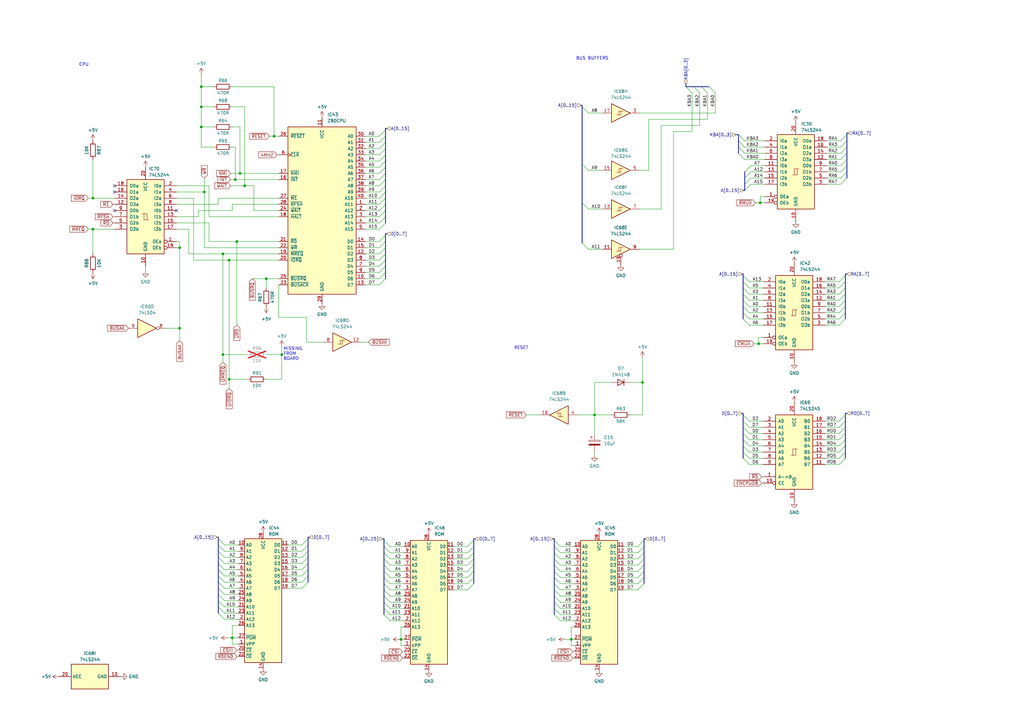
<source format=kicad_sch>
(kicad_sch (version 20230121) (generator eeschema)
  (paper "A3")
  (junction (at 83.82 78.74))
  (junction (at 82.55 35.56))
  (junction (at 38.1 81.28))
  (junction (at 243.84 170.18))
  (junction (at 112.395 55.88))
  (junction (at 98.425 71.12))
  (junction (at 82.55 52.07))
  (junction (at 100.33 76.2))
  (junction (at 93.98 155.575))
  (junction (at 73.66 101.6))
  (junction (at 93.98 106.68))
  (junction (at 91.44 104.14))
  (junction (at 109.22 114.3))
  (junction (at 38.1 93.98))
  (junction (at 95.25 261.62))
  (junction (at 311.785 83.185))
  (junction (at 73.66 134.62))
  (junction (at 97.155 99.06))
  (junction (at 311.15 140.97))
  (junction (at 82.55 43.815))
  (junction (at 263.525 156.845))
  (junction (at 91.44 145.415))
  (junction (at 164.465 262.255))
  (junction (at 115.57 145.415))
  (junction (at 96.52 73.66))
  (junction (at 234.315 262.255))
  (no_connect (at 46.99 78.74))
  (no_connect (at 46.99 76.2))
  (no_connect (at 72.39 86.36))
  (no_connect (at 46.99 86.36))
  (bus_entry (at 284.48 35.56) (size 2.54 2.54))
  (bus_entry (at 155.575 111.76) (size 2.54 -2.54))
  (bus_entry (at 344.805 60.325) (size 2.54 -2.54))
  (bus_entry (at 229.87 252.095) (size -2.54 -2.54))
  (bus_entry (at 191.77 229.235) (size 2.54 -2.54))
  (bus_entry (at 123.825 226.06) (size 2.54 -2.54))
  (bus_entry (at 160.02 247.015) (size -2.54 -2.54))
  (bus_entry (at 160.02 252.095) (size -2.54 -2.54))
  (bus_entry (at 155.575 86.36) (size 2.54 -2.54))
  (bus_entry (at 123.825 231.14) (size 2.54 -2.54))
  (bus_entry (at 160.02 231.775) (size -2.54 -2.54))
  (bus_entry (at 344.805 73.025) (size 2.54 -2.54))
  (bus_entry (at 191.77 224.155) (size 2.54 -2.54))
  (bus_entry (at 92.075 251.46) (size -2.54 -2.54))
  (bus_entry (at 155.575 81.28) (size 2.54 -2.54))
  (bus_entry (at 92.075 254) (size -2.54 -2.54))
  (bus_entry (at 123.825 236.22) (size 2.54 -2.54))
  (bus_entry (at 241.3 69.85) (size -2.54 -2.54))
  (bus_entry (at 155.575 106.68) (size 2.54 -2.54))
  (bus_entry (at 307.34 130.81) (size -2.54 -2.54))
  (bus_entry (at 344.17 118.11) (size 2.54 -2.54))
  (bus_entry (at 344.17 123.19) (size 2.54 -2.54))
  (bus_entry (at 92.075 228.6) (size -2.54 -2.54))
  (bus_entry (at 344.17 180.34) (size 2.54 -2.54))
  (bus_entry (at 160.02 244.475) (size -2.54 -2.54))
  (bus_entry (at 160.02 236.855) (size -2.54 -2.54))
  (bus_entry (at 307.34 190.5) (size -2.54 -2.54))
  (bus_entry (at 344.17 130.81) (size 2.54 -2.54))
  (bus_entry (at 261.62 239.395) (size 2.54 -2.54))
  (bus_entry (at 92.075 246.38) (size -2.54 -2.54))
  (bus_entry (at 241.3 102.235) (size -2.54 -2.54))
  (bus_entry (at 92.075 248.92) (size -2.54 -2.54))
  (bus_entry (at 191.77 234.315) (size 2.54 -2.54))
  (bus_entry (at 160.02 249.555) (size -2.54 -2.54))
  (bus_entry (at 344.17 182.88) (size 2.54 -2.54))
  (bus_entry (at 160.02 241.935) (size -2.54 -2.54))
  (bus_entry (at 155.575 60.96) (size 2.54 -2.54))
  (bus_entry (at 307.34 187.96) (size -2.54 -2.54))
  (bus_entry (at 229.87 226.695) (size -2.54 -2.54))
  (bus_entry (at 229.87 241.935) (size -2.54 -2.54))
  (bus_entry (at 155.575 68.58) (size 2.54 -2.54))
  (bus_entry (at 302.895 57.785) (size 2.54 2.54))
  (bus_entry (at 261.62 236.855) (size 2.54 -2.54))
  (bus_entry (at 160.02 224.155) (size -2.54 -2.54))
  (bus_entry (at 344.17 172.72) (size 2.54 -2.54))
  (bus_entry (at 229.87 224.155) (size -2.54 -2.54))
  (bus_entry (at 281.305 35.56) (size 2.54 2.54))
  (bus_entry (at 261.62 234.315) (size 2.54 -2.54))
  (bus_entry (at 155.575 73.66) (size 2.54 -2.54))
  (bus_entry (at 229.87 247.015) (size -2.54 -2.54))
  (bus_entry (at 261.62 241.935) (size 2.54 -2.54))
  (bus_entry (at 344.17 177.8) (size 2.54 -2.54))
  (bus_entry (at 307.34 175.26) (size -2.54 -2.54))
  (bus_entry (at 307.975 67.945) (size -2.54 2.54))
  (bus_entry (at 229.87 239.395) (size -2.54 -2.54))
  (bus_entry (at 155.575 88.9) (size 2.54 -2.54))
  (bus_entry (at 92.075 241.3) (size -2.54 -2.54))
  (bus_entry (at 92.075 238.76) (size -2.54 -2.54))
  (bus_entry (at 344.17 128.27) (size 2.54 -2.54))
  (bus_entry (at 307.34 172.72) (size -2.54 -2.54))
  (bus_entry (at 302.895 62.865) (size 2.54 2.54))
  (bus_entry (at 307.34 180.34) (size -2.54 -2.54))
  (bus_entry (at 241.3 85.725) (size -2.54 -2.54))
  (bus_entry (at 155.575 93.98) (size 2.54 -2.54))
  (bus_entry (at 344.17 187.96) (size 2.54 -2.54))
  (bus_entry (at 261.62 229.235) (size 2.54 -2.54))
  (bus_entry (at 307.34 118.11) (size -2.54 -2.54))
  (bus_entry (at 92.075 231.14) (size -2.54 -2.54))
  (bus_entry (at 344.17 190.5) (size 2.54 -2.54))
  (bus_entry (at 92.075 223.52) (size -2.54 -2.54))
  (bus_entry (at 229.87 254.635) (size -2.54 -2.54))
  (bus_entry (at 287.655 35.56) (size 2.54 2.54))
  (bus_entry (at 229.87 249.555) (size -2.54 -2.54))
  (bus_entry (at 160.02 226.695) (size -2.54 -2.54))
  (bus_entry (at 191.77 231.775) (size 2.54 -2.54))
  (bus_entry (at 229.87 229.235) (size -2.54 -2.54))
  (bus_entry (at 160.02 229.235) (size -2.54 -2.54))
  (bus_entry (at 302.895 60.325) (size 2.54 2.54))
  (bus_entry (at 344.17 185.42) (size 2.54 -2.54))
  (bus_entry (at 261.62 226.695) (size 2.54 -2.54))
  (bus_entry (at 307.34 185.42) (size -2.54 -2.54))
  (bus_entry (at 229.87 236.855) (size -2.54 -2.54))
  (bus_entry (at 155.575 99.06) (size 2.54 -2.54))
  (bus_entry (at 261.62 231.775) (size 2.54 -2.54))
  (bus_entry (at 191.77 226.695) (size 2.54 -2.54))
  (bus_entry (at 155.575 76.2) (size 2.54 -2.54))
  (bus_entry (at 290.83 35.56) (size 2.54 2.54))
  (bus_entry (at 160.02 239.395) (size -2.54 -2.54))
  (bus_entry (at 344.17 133.35) (size 2.54 -2.54))
  (bus_entry (at 160.02 234.315) (size -2.54 -2.54))
  (bus_entry (at 344.805 65.405) (size 2.54 -2.54))
  (bus_entry (at 229.87 234.315) (size -2.54 -2.54))
  (bus_entry (at 191.77 241.935) (size 2.54 -2.54))
  (bus_entry (at 92.075 236.22) (size -2.54 -2.54))
  (bus_entry (at 344.805 70.485) (size 2.54 -2.54))
  (bus_entry (at 155.575 63.5) (size 2.54 -2.54))
  (bus_entry (at 191.77 239.395) (size 2.54 -2.54))
  (bus_entry (at 307.34 115.57) (size -2.54 -2.54))
  (bus_entry (at 155.575 104.14) (size 2.54 -2.54))
  (bus_entry (at 261.62 224.155) (size 2.54 -2.54))
  (bus_entry (at 307.34 120.65) (size -2.54 -2.54))
  (bus_entry (at 344.17 125.73) (size 2.54 -2.54))
  (bus_entry (at 155.575 66.04) (size 2.54 -2.54))
  (bus_entry (at 229.87 244.475) (size -2.54 -2.54))
  (bus_entry (at 92.075 243.84) (size -2.54 -2.54))
  (bus_entry (at 344.805 57.785) (size 2.54 -2.54))
  (bus_entry (at 191.77 236.855) (size 2.54 -2.54))
  (bus_entry (at 344.17 115.57) (size 2.54 -2.54))
  (bus_entry (at 155.575 78.74) (size 2.54 -2.54))
  (bus_entry (at 307.975 75.565) (size -2.54 2.54))
  (bus_entry (at 155.575 114.3) (size 2.54 -2.54))
  (bus_entry (at 307.34 123.19) (size -2.54 -2.54))
  (bus_entry (at 123.825 241.3) (size 2.54 -2.54))
  (bus_entry (at 123.825 238.76) (size 2.54 -2.54))
  (bus_entry (at 155.575 71.12) (size 2.54 -2.54))
  (bus_entry (at 307.975 70.485) (size -2.54 2.54))
  (bus_entry (at 155.575 116.84) (size 2.54 -2.54))
  (bus_entry (at 155.575 55.88) (size 2.54 -2.54))
  (bus_entry (at 123.825 233.68) (size 2.54 -2.54))
  (bus_entry (at 344.805 75.565) (size 2.54 -2.54))
  (bus_entry (at 155.575 83.82) (size 2.54 -2.54))
  (bus_entry (at 307.34 133.35) (size -2.54 -2.54))
  (bus_entry (at 160.02 254.635) (size -2.54 -2.54))
  (bus_entry (at 307.34 125.73) (size -2.54 -2.54))
  (bus_entry (at 307.34 182.88) (size -2.54 -2.54))
  (bus_entry (at 344.805 62.865) (size 2.54 -2.54))
  (bus_entry (at 155.575 91.44) (size 2.54 -2.54))
  (bus_entry (at 307.34 128.27) (size -2.54 -2.54))
  (bus_entry (at 344.805 67.945) (size 2.54 -2.54))
  (bus_entry (at 344.17 175.26) (size 2.54 -2.54))
  (bus_entry (at 92.075 226.06) (size -2.54 -2.54))
  (bus_entry (at 155.575 58.42) (size 2.54 -2.54))
  (bus_entry (at 344.17 120.65) (size 2.54 -2.54))
  (bus_entry (at 123.825 228.6) (size 2.54 -2.54))
  (bus_entry (at 123.825 223.52) (size 2.54 -2.54))
  (bus_entry (at 241.3 46.355) (size -2.54 -2.54))
  (bus_entry (at 92.075 233.68) (size -2.54 -2.54))
  (bus_entry (at 307.34 177.8) (size -2.54 -2.54))
  (bus_entry (at 155.575 109.22) (size 2.54 -2.54))
  (bus_entry (at 229.87 231.775) (size -2.54 -2.54))
  (bus_entry (at 155.575 101.6) (size 2.54 -2.54))
  (bus_entry (at 302.895 55.245) (size 2.54 2.54))
  (bus_entry (at 307.975 73.025) (size -2.54 2.54))
  (wire (pts (xy 339.09 67.945) (xy 344.805 67.945)))
  (wire (pts (xy 165.1 269.875) (xy 165.735 269.875)))
  (bus (pts (xy 157.48 244.475) (xy 157.48 247.015)))
  (wire (pts (xy 149.86 60.96) (xy 155.575 60.96)))
  (bus (pts (xy 158.115 83.82) (xy 158.115 86.36)))
  (bus (pts (xy 89.535 248.92) (xy 89.535 251.46)))
  (bus (pts (xy 346.71 115.57) (xy 346.71 118.11)))
  (wire (pts (xy 85.725 99.06) (xy 85.725 91.44)))
  (bus (pts (xy 281.305 35.56) (xy 284.48 35.56)))
  (wire (pts (xy 313.055 175.26) (xy 307.34 175.26)))
  (wire (pts (xy 125.73 140.335) (xy 132.715 140.335)))
  (wire (pts (xy 165.735 224.155) (xy 160.02 224.155)))
  (wire (pts (xy 235.585 224.155) (xy 229.87 224.155)))
  (wire (pts (xy 149.86 109.22) (xy 155.575 109.22)))
  (wire (pts (xy 164.465 264.795) (xy 164.465 262.255)))
  (bus (pts (xy 264.16 220.98) (xy 264.16 221.615)))
  (bus (pts (xy 158.115 55.88) (xy 158.115 58.42)))
  (wire (pts (xy 338.455 130.81) (xy 344.17 130.81)))
  (wire (pts (xy 104.14 76.2) (xy 104.14 86.36)))
  (wire (pts (xy 115.57 155.575) (xy 115.57 145.415)))
  (bus (pts (xy 158.115 104.14) (xy 158.115 106.68)))
  (wire (pts (xy 118.11 231.14) (xy 123.825 231.14)))
  (bus (pts (xy 238.76 83.185) (xy 238.76 99.695)))
  (wire (pts (xy 165.735 247.015) (xy 160.02 247.015)))
  (wire (pts (xy 313.055 115.57) (xy 307.34 115.57)))
  (wire (pts (xy 95.25 52.07) (xy 98.425 52.07)))
  (wire (pts (xy 115.57 145.415) (xy 115.57 142.24)))
  (bus (pts (xy 304.8 115.57) (xy 304.8 118.11)))
  (wire (pts (xy 338.455 182.88) (xy 344.17 182.88)))
  (wire (pts (xy 311.15 140.97) (xy 313.055 140.97)))
  (wire (pts (xy 91.44 104.14) (xy 91.44 145.415)))
  (bus (pts (xy 346.71 169.545) (xy 346.71 170.18)))
  (wire (pts (xy 283.845 38.1) (xy 283.845 53.975)))
  (wire (pts (xy 112.395 35.56) (xy 112.395 55.88)))
  (wire (pts (xy 118.11 223.52) (xy 123.825 223.52)))
  (wire (pts (xy 97.79 233.68) (xy 92.075 233.68)))
  (wire (pts (xy 338.455 128.27) (xy 344.17 128.27)))
  (wire (pts (xy 215.9 170.18) (xy 221.615 170.18)))
  (bus (pts (xy 284.48 35.56) (xy 287.655 35.56)))
  (wire (pts (xy 255.905 239.395) (xy 261.62 239.395)))
  (wire (pts (xy 125.73 130.175) (xy 125.73 140.335)))
  (bus (pts (xy 157.48 234.315) (xy 157.48 236.855)))
  (wire (pts (xy 312.42 195.58) (xy 313.055 195.58)))
  (wire (pts (xy 149.86 58.42) (xy 155.575 58.42)))
  (bus (pts (xy 194.31 234.315) (xy 194.31 236.855)))
  (bus (pts (xy 346.71 175.26) (xy 346.71 177.8)))
  (bus (pts (xy 158.115 76.2) (xy 158.115 78.74)))
  (wire (pts (xy 186.055 241.935) (xy 191.77 241.935)))
  (bus (pts (xy 158.115 58.42) (xy 158.115 60.96)))
  (wire (pts (xy 118.11 236.22) (xy 123.825 236.22)))
  (bus (pts (xy 194.31 231.775) (xy 194.31 234.315)))
  (wire (pts (xy 114.3 86.36) (xy 104.14 86.36)))
  (wire (pts (xy 59.69 109.22) (xy 59.69 111.125)))
  (wire (pts (xy 313.69 80.645) (xy 311.785 80.645)))
  (bus (pts (xy 347.98 54.61) (xy 347.345 54.61)))
  (bus (pts (xy 304.8 185.42) (xy 304.8 187.96)))
  (wire (pts (xy 109.22 114.3) (xy 109.22 118.11)))
  (bus (pts (xy 238.125 43.18) (xy 238.76 43.18)))
  (wire (pts (xy 271.145 51.435) (xy 287.02 51.435)))
  (wire (pts (xy 234.95 269.875) (xy 235.585 269.875)))
  (wire (pts (xy 313.055 185.42) (xy 307.34 185.42)))
  (wire (pts (xy 87.63 60.325) (xy 82.55 60.325)))
  (wire (pts (xy 97.155 269.24) (xy 97.79 269.24)))
  (wire (pts (xy 247.015 46.355) (xy 241.3 46.355)))
  (wire (pts (xy 98.425 71.12) (xy 114.3 71.12)))
  (bus (pts (xy 346.71 172.72) (xy 346.71 175.26)))
  (wire (pts (xy 339.09 70.485) (xy 344.805 70.485)))
  (wire (pts (xy 114.3 88.9) (xy 85.725 88.9)))
  (wire (pts (xy 73.66 101.6) (xy 73.66 134.62)))
  (wire (pts (xy 234.315 264.795) (xy 234.315 262.255)))
  (wire (pts (xy 149.86 83.82) (xy 155.575 83.82)))
  (wire (pts (xy 85.725 99.06) (xy 97.155 99.06)))
  (bus (pts (xy 346.71 180.34) (xy 346.71 182.88)))
  (wire (pts (xy 149.86 63.5) (xy 155.575 63.5)))
  (bus (pts (xy 304.8 125.73) (xy 304.8 128.27)))
  (wire (pts (xy 339.09 75.565) (xy 344.805 75.565)))
  (wire (pts (xy 79.375 106.68) (xy 79.375 81.28)))
  (bus (pts (xy 157.48 231.775) (xy 157.48 234.315)))
  (wire (pts (xy 255.905 241.935) (xy 261.62 241.935)))
  (wire (pts (xy 293.37 38.1) (xy 293.37 46.355)))
  (bus (pts (xy 227.33 221.615) (xy 227.33 224.155)))
  (bus (pts (xy 304.8 175.26) (xy 304.8 177.8)))
  (bus (pts (xy 157.48 220.98) (xy 157.48 221.615)))
  (wire (pts (xy 91.44 104.14) (xy 114.3 104.14)))
  (wire (pts (xy 338.455 115.57) (xy 344.17 115.57)))
  (wire (pts (xy 234.315 262.255) (xy 235.585 262.255)))
  (bus (pts (xy 226.695 220.98) (xy 227.33 220.98)))
  (wire (pts (xy 255.905 229.235) (xy 261.62 229.235)))
  (bus (pts (xy 346.71 120.65) (xy 346.71 123.19)))
  (bus (pts (xy 304.165 169.545) (xy 304.8 169.545)))
  (bus (pts (xy 304.8 113.03) (xy 304.8 115.57)))
  (wire (pts (xy 97.79 236.22) (xy 92.075 236.22)))
  (bus (pts (xy 346.71 170.18) (xy 346.71 172.72)))
  (bus (pts (xy 304.8 182.88) (xy 304.8 185.42)))
  (wire (pts (xy 235.585 257.175) (xy 234.315 257.175)))
  (wire (pts (xy 114.3 116.84) (xy 114.3 130.175)))
  (wire (pts (xy 235.585 247.015) (xy 229.87 247.015)))
  (wire (pts (xy 149.86 81.28) (xy 155.575 81.28)))
  (bus (pts (xy 304.8 120.65) (xy 304.8 123.19)))
  (bus (pts (xy 158.115 68.58) (xy 158.115 71.12)))
  (wire (pts (xy 338.455 118.11) (xy 344.17 118.11)))
  (wire (pts (xy 93.98 106.68) (xy 79.375 106.68)))
  (bus (pts (xy 304.8 169.545) (xy 304.8 170.18)))
  (wire (pts (xy 311.15 138.43) (xy 311.15 140.97)))
  (wire (pts (xy 313.69 75.565) (xy 307.975 75.565)))
  (wire (pts (xy 255.905 224.155) (xy 261.62 224.155)))
  (wire (pts (xy 338.455 185.42) (xy 344.17 185.42)))
  (wire (pts (xy 339.09 73.025) (xy 344.805 73.025)))
  (bus (pts (xy 158.115 66.04) (xy 158.115 68.58)))
  (wire (pts (xy 97.79 231.14) (xy 92.075 231.14)))
  (bus (pts (xy 126.365 228.6) (xy 126.365 231.14)))
  (wire (pts (xy 101.6 155.575) (xy 93.98 155.575)))
  (wire (pts (xy 290.195 38.1) (xy 290.195 48.895)))
  (bus (pts (xy 126.365 236.22) (xy 126.365 238.76)))
  (bus (pts (xy 227.33 229.235) (xy 227.33 231.775)))
  (wire (pts (xy 149.86 86.36) (xy 155.575 86.36)))
  (bus (pts (xy 89.535 246.38) (xy 89.535 248.92)))
  (wire (pts (xy 94.615 71.12) (xy 98.425 71.12)))
  (wire (pts (xy 186.055 236.855) (xy 191.77 236.855)))
  (wire (pts (xy 149.86 99.06) (xy 155.575 99.06)))
  (bus (pts (xy 157.48 247.015) (xy 157.48 249.555)))
  (wire (pts (xy 85.725 88.9) (xy 85.725 76.2)))
  (wire (pts (xy 338.455 120.65) (xy 344.17 120.65)))
  (bus (pts (xy 126.365 223.52) (xy 126.365 226.06)))
  (wire (pts (xy 186.055 224.155) (xy 191.77 224.155)))
  (wire (pts (xy 73.66 99.06) (xy 73.66 101.6)))
  (bus (pts (xy 302.895 55.245) (xy 302.895 57.785)))
  (bus (pts (xy 304.8 112.395) (xy 304.8 113.03)))
  (bus (pts (xy 305.435 78.105) (xy 305.435 75.565)))
  (bus (pts (xy 304.8 123.19) (xy 304.8 125.73)))
  (wire (pts (xy 97.155 99.06) (xy 97.155 133.35)))
  (bus (pts (xy 158.115 71.12) (xy 158.115 73.66)))
  (bus (pts (xy 346.71 177.8) (xy 346.71 180.34)))
  (wire (pts (xy 339.09 62.865) (xy 344.805 62.865)))
  (bus (pts (xy 194.31 220.98) (xy 194.31 221.615)))
  (wire (pts (xy 149.86 78.74) (xy 155.575 78.74)))
  (bus (pts (xy 346.71 185.42) (xy 346.71 187.96)))
  (wire (pts (xy 97.79 223.52) (xy 92.075 223.52)))
  (wire (pts (xy 313.055 180.34) (xy 307.34 180.34)))
  (wire (pts (xy 91.44 145.415) (xy 91.44 148.59)))
  (wire (pts (xy 97.79 246.38) (xy 92.075 246.38)))
  (wire (pts (xy 149.86 101.6) (xy 155.575 101.6)))
  (bus (pts (xy 126.365 231.14) (xy 126.365 233.68)))
  (bus (pts (xy 304.8 128.27) (xy 304.8 130.81)))
  (bus (pts (xy 302.895 55.245) (xy 301.625 55.245)))
  (wire (pts (xy 109.22 155.575) (xy 115.57 155.575)))
  (bus (pts (xy 346.71 128.27) (xy 346.71 130.81)))
  (bus (pts (xy 347.345 112.395) (xy 346.71 112.395)))
  (wire (pts (xy 95.25 60.325) (xy 96.52 60.325)))
  (wire (pts (xy 305.435 60.325) (xy 313.69 60.325)))
  (wire (pts (xy 243.84 170.18) (xy 243.84 177.8)))
  (wire (pts (xy 46.355 88.9) (xy 46.99 88.9)))
  (wire (pts (xy 82.55 35.56) (xy 87.63 35.56)))
  (bus (pts (xy 227.33 241.935) (xy 227.33 244.475)))
  (wire (pts (xy 235.585 231.775) (xy 229.87 231.775)))
  (wire (pts (xy 93.98 155.575) (xy 93.98 159.385)))
  (wire (pts (xy 95.25 264.16) (xy 95.25 261.62)))
  (wire (pts (xy 97.79 226.06) (xy 92.075 226.06)))
  (wire (pts (xy 165.735 231.775) (xy 160.02 231.775)))
  (bus (pts (xy 305.435 75.565) (xy 305.435 73.025)))
  (wire (pts (xy 97.79 238.76) (xy 92.075 238.76)))
  (wire (pts (xy 165.735 257.175) (xy 164.465 257.175)))
  (wire (pts (xy 250.825 156.845) (xy 243.84 156.845)))
  (bus (pts (xy 347.345 62.865) (xy 347.345 65.405)))
  (wire (pts (xy 163.83 262.255) (xy 164.465 262.255)))
  (wire (pts (xy 309.245 140.97) (xy 311.15 140.97)))
  (wire (pts (xy 118.11 241.3) (xy 123.825 241.3)))
  (wire (pts (xy 165.1 267.335) (xy 165.735 267.335)))
  (wire (pts (xy 94.615 73.66) (xy 96.52 73.66)))
  (wire (pts (xy 235.585 249.555) (xy 229.87 249.555)))
  (bus (pts (xy 126.365 233.68) (xy 126.365 236.22)))
  (bus (pts (xy 194.31 226.695) (xy 194.31 229.235)))
  (bus (pts (xy 304.8 170.18) (xy 304.8 172.72)))
  (wire (pts (xy 149.86 93.98) (xy 155.575 93.98)))
  (wire (pts (xy 36.195 93.98) (xy 38.1 93.98)))
  (wire (pts (xy 95.25 43.815) (xy 100.33 43.815)))
  (wire (pts (xy 255.905 236.855) (xy 261.62 236.855)))
  (wire (pts (xy 338.455 172.72) (xy 344.17 172.72)))
  (wire (pts (xy 149.86 88.9) (xy 155.575 88.9)))
  (bus (pts (xy 158.115 101.6) (xy 158.115 104.14)))
  (bus (pts (xy 158.115 53.34) (xy 158.115 55.88)))
  (bus (pts (xy 89.535 220.345) (xy 89.535 220.98)))
  (bus (pts (xy 194.31 224.155) (xy 194.31 226.695)))
  (wire (pts (xy 95.25 83.82) (xy 114.3 83.82)))
  (bus (pts (xy 264.16 226.695) (xy 264.16 229.235)))
  (bus (pts (xy 304.8 118.11) (xy 304.8 120.65)))
  (wire (pts (xy 82.55 60.325) (xy 82.55 52.07)))
  (wire (pts (xy 313.69 67.945) (xy 307.975 67.945)))
  (wire (pts (xy 164.465 262.255) (xy 165.735 262.255)))
  (wire (pts (xy 311.785 83.185) (xy 313.69 83.185)))
  (bus (pts (xy 157.48 229.235) (xy 157.48 231.775)))
  (wire (pts (xy 67.945 134.62) (xy 73.66 134.62)))
  (bus (pts (xy 89.535 231.14) (xy 89.535 233.68)))
  (wire (pts (xy 149.86 76.2) (xy 155.575 76.2)))
  (wire (pts (xy 235.585 241.935) (xy 229.87 241.935)))
  (wire (pts (xy 97.79 241.3) (xy 92.075 241.3)))
  (wire (pts (xy 235.585 229.235) (xy 229.87 229.235)))
  (wire (pts (xy 339.09 60.325) (xy 344.805 60.325)))
  (wire (pts (xy 165.735 226.695) (xy 160.02 226.695)))
  (bus (pts (xy 158.115 78.74) (xy 158.115 81.28)))
  (bus (pts (xy 264.16 224.155) (xy 264.16 226.695)))
  (bus (pts (xy 264.16 221.615) (xy 264.16 224.155)))
  (wire (pts (xy 231.775 262.255) (xy 234.315 262.255)))
  (wire (pts (xy 305.435 62.865) (xy 313.69 62.865)))
  (wire (pts (xy 271.145 85.725) (xy 271.145 51.435)))
  (wire (pts (xy 73.66 134.62) (xy 73.66 139.7)))
  (bus (pts (xy 346.71 112.395) (xy 346.71 113.03)))
  (wire (pts (xy 95.25 86.36) (xy 81.28 86.36)))
  (wire (pts (xy 149.86 55.88) (xy 155.575 55.88)))
  (bus (pts (xy 156.845 220.98) (xy 157.48 220.98)))
  (wire (pts (xy 36.195 81.28) (xy 38.1 81.28)))
  (wire (pts (xy 109.22 114.3) (xy 114.3 114.3)))
  (wire (pts (xy 241.3 85.725) (xy 247.015 85.725)))
  (bus (pts (xy 227.33 244.475) (xy 227.33 247.015)))
  (wire (pts (xy 165.735 234.315) (xy 160.02 234.315)))
  (wire (pts (xy 338.455 177.8) (xy 344.17 177.8)))
  (wire (pts (xy 77.47 104.14) (xy 77.47 93.98)))
  (wire (pts (xy 313.055 133.35) (xy 307.34 133.35)))
  (bus (pts (xy 264.16 229.235) (xy 264.16 231.775)))
  (wire (pts (xy 313.055 190.5) (xy 307.34 190.5)))
  (bus (pts (xy 89.535 220.98) (xy 89.535 223.52)))
  (wire (pts (xy 338.455 190.5) (xy 344.17 190.5)))
  (wire (pts (xy 164.465 257.175) (xy 164.465 262.255)))
  (bus (pts (xy 158.115 109.22) (xy 158.115 111.76)))
  (wire (pts (xy 114.3 81.28) (xy 89.535 81.28)))
  (wire (pts (xy 313.055 123.19) (xy 307.34 123.19)))
  (bus (pts (xy 194.31 229.235) (xy 194.31 231.775)))
  (bus (pts (xy 158.75 95.885) (xy 158.115 95.885)))
  (bus (pts (xy 158.115 111.76) (xy 158.115 114.3)))
  (wire (pts (xy 97.79 228.6) (xy 92.075 228.6)))
  (wire (pts (xy 97.79 243.84) (xy 92.075 243.84)))
  (wire (pts (xy 235.585 234.315) (xy 229.87 234.315)))
  (wire (pts (xy 235.585 236.855) (xy 229.87 236.855)))
  (bus (pts (xy 304.165 112.395) (xy 304.8 112.395)))
  (wire (pts (xy 313.055 177.8) (xy 307.34 177.8)))
  (wire (pts (xy 97.155 266.7) (xy 97.79 266.7)))
  (wire (pts (xy 165.735 254.635) (xy 160.02 254.635)))
  (wire (pts (xy 101.6 145.415) (xy 91.44 145.415)))
  (bus (pts (xy 305.435 73.025) (xy 305.435 70.485)))
  (wire (pts (xy 262.255 102.235) (xy 276.225 102.235)))
  (wire (pts (xy 149.86 114.3) (xy 155.575 114.3)))
  (wire (pts (xy 149.86 91.44) (xy 155.575 91.44)))
  (wire (pts (xy 276.225 53.975) (xy 283.845 53.975)))
  (bus (pts (xy 238.76 43.18) (xy 238.76 43.815)))
  (wire (pts (xy 313.055 182.88) (xy 307.34 182.88)))
  (bus (pts (xy 158.115 96.52) (xy 158.115 99.06)))
  (bus (pts (xy 347.345 169.545) (xy 346.71 169.545)))
  (wire (pts (xy 38.1 81.28) (xy 46.99 81.28)))
  (bus (pts (xy 346.71 125.73) (xy 346.71 128.27)))
  (wire (pts (xy 263.525 146.685) (xy 263.525 156.845)))
  (wire (pts (xy 118.11 238.76) (xy 123.825 238.76)))
  (wire (pts (xy 79.375 81.28) (xy 72.39 81.28)))
  (wire (pts (xy 247.015 69.85) (xy 241.3 69.85)))
  (wire (pts (xy 313.055 128.27) (xy 307.34 128.27)))
  (wire (pts (xy 247.015 102.235) (xy 241.3 102.235)))
  (wire (pts (xy 149.86 73.66) (xy 155.575 73.66)))
  (wire (pts (xy 235.585 244.475) (xy 229.87 244.475)))
  (bus (pts (xy 304.8 172.72) (xy 304.8 175.26)))
  (wire (pts (xy 38.1 93.98) (xy 38.1 104.14)))
  (wire (pts (xy 147.955 140.335) (xy 151.13 140.335)))
  (bus (pts (xy 302.895 57.785) (xy 302.895 60.325)))
  (wire (pts (xy 235.585 252.095) (xy 229.87 252.095)))
  (wire (pts (xy 118.11 228.6) (xy 123.825 228.6)))
  (wire (pts (xy 263.525 156.845) (xy 263.525 170.18)))
  (bus (pts (xy 264.16 231.775) (xy 264.16 234.315)))
  (wire (pts (xy 338.455 123.19) (xy 344.17 123.19)))
  (wire (pts (xy 96.52 60.325) (xy 96.52 73.66)))
  (bus (pts (xy 287.655 35.56) (xy 290.83 35.56)))
  (bus (pts (xy 126.365 226.06) (xy 126.365 228.6)))
  (bus (pts (xy 89.535 228.6) (xy 89.535 231.14)))
  (wire (pts (xy 243.84 186.69) (xy 243.84 185.42)))
  (bus (pts (xy 158.115 99.06) (xy 158.115 101.6)))
  (wire (pts (xy 255.905 226.695) (xy 261.62 226.695)))
  (wire (pts (xy 338.455 125.73) (xy 344.17 125.73)))
  (bus (pts (xy 158.115 81.28) (xy 158.115 83.82)))
  (bus (pts (xy 194.945 220.98) (xy 194.31 220.98)))
  (wire (pts (xy 165.735 264.795) (xy 164.465 264.795)))
  (wire (pts (xy 313.69 70.485) (xy 307.975 70.485)))
  (wire (pts (xy 186.055 239.395) (xy 191.77 239.395)))
  (bus (pts (xy 158.115 106.68) (xy 158.115 109.22)))
  (wire (pts (xy 89.535 83.82) (xy 72.39 83.82)))
  (bus (pts (xy 89.535 243.84) (xy 89.535 246.38)))
  (wire (pts (xy 165.735 244.475) (xy 160.02 244.475)))
  (wire (pts (xy 266.065 69.85) (xy 266.065 48.895)))
  (bus (pts (xy 238.76 67.31) (xy 238.76 83.185)))
  (bus (pts (xy 89.535 241.3) (xy 89.535 243.84)))
  (wire (pts (xy 103.505 114.3) (xy 109.22 114.3)))
  (wire (pts (xy 255.905 234.315) (xy 261.62 234.315)))
  (wire (pts (xy 313.055 130.81) (xy 307.34 130.81)))
  (wire (pts (xy 83.82 78.74) (xy 72.39 78.74)))
  (wire (pts (xy 312.42 198.12) (xy 313.055 198.12)))
  (wire (pts (xy 234.315 257.175) (xy 234.315 262.255)))
  (bus (pts (xy 157.48 241.935) (xy 157.48 244.475)))
  (wire (pts (xy 165.735 241.935) (xy 160.02 241.935)))
  (wire (pts (xy 165.735 252.095) (xy 160.02 252.095)))
  (wire (pts (xy 149.86 111.76) (xy 155.575 111.76)))
  (bus (pts (xy 347.345 60.325) (xy 347.345 62.865)))
  (wire (pts (xy 85.725 76.2) (xy 72.39 76.2)))
  (bus (pts (xy 89.535 233.68) (xy 89.535 236.22)))
  (wire (pts (xy 82.55 52.07) (xy 82.55 43.815)))
  (wire (pts (xy 313.055 125.73) (xy 307.34 125.73)))
  (wire (pts (xy 149.86 116.84) (xy 155.575 116.84)))
  (wire (pts (xy 95.25 35.56) (xy 112.395 35.56)))
  (wire (pts (xy 255.905 231.775) (xy 261.62 231.775)))
  (wire (pts (xy 235.585 254.635) (xy 229.87 254.635)))
  (wire (pts (xy 339.09 65.405) (xy 344.805 65.405)))
  (wire (pts (xy 93.98 106.68) (xy 114.3 106.68)))
  (wire (pts (xy 165.735 239.395) (xy 160.02 239.395)))
  (wire (pts (xy 114.3 99.06) (xy 97.155 99.06)))
  (wire (pts (xy 97.79 251.46) (xy 92.075 251.46)))
  (bus (pts (xy 157.48 224.155) (xy 157.48 226.695)))
  (bus (pts (xy 227.33 236.855) (xy 227.33 239.395)))
  (bus (pts (xy 158.115 63.5) (xy 158.115 66.04)))
  (wire (pts (xy 305.435 57.785) (xy 313.69 57.785)))
  (bus (pts (xy 302.895 60.325) (xy 302.895 62.865)))
  (wire (pts (xy 262.255 69.85) (xy 266.065 69.85)))
  (wire (pts (xy 305.435 65.405) (xy 313.69 65.405)))
  (wire (pts (xy 243.84 156.845) (xy 243.84 170.18)))
  (wire (pts (xy 82.55 35.56) (xy 82.55 30.48)))
  (bus (pts (xy 227.33 220.98) (xy 227.33 221.615)))
  (bus (pts (xy 227.33 224.155) (xy 227.33 226.695)))
  (wire (pts (xy 149.86 106.68) (xy 155.575 106.68)))
  (wire (pts (xy 313.69 73.025) (xy 307.975 73.025)))
  (wire (pts (xy 89.535 81.28) (xy 89.535 83.82)))
  (bus (pts (xy 158.115 60.96) (xy 158.115 63.5)))
  (wire (pts (xy 235.585 239.395) (xy 229.87 239.395)))
  (wire (pts (xy 118.11 226.06) (xy 123.825 226.06)))
  (bus (pts (xy 126.365 220.98) (xy 126.365 223.52)))
  (bus (pts (xy 126.365 220.345) (xy 126.365 220.98)))
  (bus (pts (xy 347.345 67.945) (xy 347.345 70.485)))
  (wire (pts (xy 72.39 99.06) (xy 73.66 99.06)))
  (wire (pts (xy 95.25 261.62) (xy 97.79 261.62)))
  (wire (pts (xy 149.86 66.04) (xy 155.575 66.04)))
  (bus (pts (xy 89.535 236.22) (xy 89.535 238.76)))
  (wire (pts (xy 77.47 104.14) (xy 91.44 104.14)))
  (wire (pts (xy 234.95 267.335) (xy 235.585 267.335)))
  (wire (pts (xy 338.455 175.26) (xy 344.17 175.26)))
  (bus (pts (xy 347.345 55.245) (xy 347.345 57.785)))
  (wire (pts (xy 93.98 106.68) (xy 93.98 155.575)))
  (wire (pts (xy 100.33 76.2) (xy 104.14 76.2)))
  (wire (pts (xy 165.735 229.235) (xy 160.02 229.235)))
  (wire (pts (xy 95.25 261.62) (xy 95.25 256.54)))
  (wire (pts (xy 313.055 118.11) (xy 307.34 118.11)))
  (wire (pts (xy 38.1 93.98) (xy 46.99 93.98)))
  (wire (pts (xy 313.055 172.72) (xy 307.34 172.72)))
  (wire (pts (xy 96.52 73.66) (xy 114.3 73.66)))
  (bus (pts (xy 158.115 52.705) (xy 158.115 53.34)))
  (wire (pts (xy 276.225 102.235) (xy 276.225 53.975)))
  (wire (pts (xy 186.055 234.315) (xy 191.77 234.315)))
  (wire (pts (xy 263.525 170.18) (xy 258.445 170.18)))
  (bus (pts (xy 157.48 226.695) (xy 157.48 229.235)))
  (wire (pts (xy 83.82 101.6) (xy 114.3 101.6)))
  (bus (pts (xy 347.345 70.485) (xy 347.345 73.025)))
  (wire (pts (xy 338.455 133.35) (xy 344.17 133.35)))
  (wire (pts (xy 83.82 73.025) (xy 83.82 78.74)))
  (wire (pts (xy 149.86 71.12) (xy 155.575 71.12)))
  (bus (pts (xy 264.795 220.98) (xy 264.16 220.98)))
  (wire (pts (xy 110.49 55.88) (xy 112.395 55.88)))
  (bus (pts (xy 347.345 57.785) (xy 347.345 60.325)))
  (bus (pts (xy 127 220.345) (xy 126.365 220.345)))
  (wire (pts (xy 186.055 226.695) (xy 191.77 226.695)))
  (wire (pts (xy 313.055 187.96) (xy 307.34 187.96)))
  (wire (pts (xy 186.055 229.235) (xy 191.77 229.235)))
  (wire (pts (xy 100.33 43.815) (xy 100.33 76.2)))
  (wire (pts (xy 95.25 256.54) (xy 97.79 256.54)))
  (wire (pts (xy 82.55 43.815) (xy 87.63 43.815)))
  (bus (pts (xy 304.8 180.34) (xy 304.8 182.88)))
  (wire (pts (xy 309.88 83.185) (xy 311.785 83.185)))
  (wire (pts (xy 266.065 48.895) (xy 290.195 48.895)))
  (bus (pts (xy 346.71 118.11) (xy 346.71 120.65)))
  (bus (pts (xy 89.535 226.06) (xy 89.535 228.6)))
  (wire (pts (xy 236.855 170.18) (xy 243.84 170.18)))
  (wire (pts (xy 339.09 57.785) (xy 344.805 57.785)))
  (wire (pts (xy 287.02 38.1) (xy 287.02 51.435)))
  (bus (pts (xy 158.115 88.9) (xy 158.115 91.44)))
  (bus (pts (xy 157.48 239.395) (xy 157.48 241.935)))
  (wire (pts (xy 118.11 233.68) (xy 123.825 233.68)))
  (wire (pts (xy 83.82 101.6) (xy 83.82 78.74)))
  (bus (pts (xy 347.345 65.405) (xy 347.345 67.945)))
  (bus (pts (xy 158.115 86.36) (xy 158.115 88.9)))
  (bus (pts (xy 89.535 238.76) (xy 89.535 241.3)))
  (bus (pts (xy 264.16 236.855) (xy 264.16 239.395)))
  (wire (pts (xy 77.47 93.98) (xy 72.39 93.98)))
  (wire (pts (xy 165.735 249.555) (xy 160.02 249.555)))
  (bus (pts (xy 281.305 34.29) (xy 281.305 35.56)))
  (wire (pts (xy 186.055 231.775) (xy 191.77 231.775)))
  (wire (pts (xy 313.055 138.43) (xy 311.15 138.43)))
  (wire (pts (xy 94.615 76.2) (xy 100.33 76.2)))
  (wire (pts (xy 38.1 65.405) (xy 38.1 81.28)))
  (wire (pts (xy 81.28 86.36) (xy 81.28 88.9)))
  (wire (pts (xy 82.55 43.815) (xy 82.55 35.56)))
  (bus (pts (xy 346.71 182.88) (xy 346.71 185.42)))
  (wire (pts (xy 338.455 180.34) (xy 344.17 180.34)))
  (bus (pts (xy 238.76 43.815) (xy 238.76 67.31)))
  (wire (pts (xy 149.86 104.14) (xy 155.575 104.14)))
  (bus (pts (xy 158.115 95.885) (xy 158.115 96.52)))
  (wire (pts (xy 313.055 120.65) (xy 307.34 120.65)))
  (wire (pts (xy 113.665 63.5) (xy 114.3 63.5)))
  (bus (pts (xy 346.71 123.19) (xy 346.71 125.73)))
  (bus (pts (xy 264.16 234.315) (xy 264.16 236.855)))
  (bus (pts (xy 194.31 236.855) (xy 194.31 239.395)))
  (bus (pts (xy 227.33 226.695) (xy 227.33 229.235)))
  (wire (pts (xy 97.79 264.16) (xy 95.25 264.16)))
  (bus (pts (xy 158.115 73.66) (xy 158.115 76.2)))
  (bus (pts (xy 347.345 54.61) (xy 347.345 55.245)))
  (bus (pts (xy 89.535 223.52) (xy 89.535 226.06)))
  (wire (pts (xy 95.25 83.82) (xy 95.25 86.36)))
  (wire (pts (xy 149.86 68.58) (xy 155.575 68.58)))
  (bus (pts (xy 227.33 231.775) (xy 227.33 234.315)))
  (bus (pts (xy 304.8 78.105) (xy 305.435 78.105)))
  (bus (pts (xy 157.48 221.615) (xy 157.48 224.155)))
  (bus (pts (xy 227.33 249.555) (xy 227.33 252.095)))
  (bus (pts (xy 227.33 239.395) (xy 227.33 241.935)))
  (bus (pts (xy 304.8 177.8) (xy 304.8 180.34)))
  (wire (pts (xy 311.785 80.645) (xy 311.785 83.185)))
  (wire (pts (xy 98.425 52.07) (xy 98.425 71.12)))
  (wire (pts (xy 243.84 170.18) (xy 250.825 170.18)))
  (wire (pts (xy 85.725 91.44) (xy 72.39 91.44)))
  (wire (pts (xy 82.55 52.07) (xy 87.63 52.07)))
  (bus (pts (xy 227.33 234.315) (xy 227.33 236.855)))
  (bus (pts (xy 227.33 247.015) (xy 227.33 249.555)))
  (wire (pts (xy 235.585 226.695) (xy 229.87 226.695)))
  (bus (pts (xy 194.31 221.615) (xy 194.31 224.155)))
  (wire (pts (xy 81.28 88.9) (xy 72.39 88.9)))
  (bus (pts (xy 158.75 52.705) (xy 158.115 52.705)))
  (bus (pts (xy 88.9 220.345) (xy 89.535 220.345)))
  (wire (pts (xy 114.3 130.175) (xy 125.73 130.175)))
  (wire (pts (xy 97.79 248.92) (xy 92.075 248.92)))
  (wire (pts (xy 112.395 55.88) (xy 114.3 55.88)))
  (wire (pts (xy 258.445 156.845) (xy 263.525 156.845)))
  (wire (pts (xy 97.79 254) (xy 92.075 254)))
  (bus (pts (xy 157.48 236.855) (xy 157.48 239.395)))
  (wire (pts (xy 235.585 264.795) (xy 234.315 264.795)))
  (bus (pts (xy 157.48 249.555) (xy 157.48 252.095)))
  (wire (pts (xy 262.255 46.355) (xy 293.37 46.355)))
  (wire (pts (xy 46.355 91.44) (xy 46.99 91.44)))
  (wire (pts (xy 109.22 145.415) (xy 115.57 145.415)))
  (wire (pts (xy 46.355 83.82) (xy 46.99 83.82)))
  (bus (pts (xy 346.71 113.03) (xy 346.71 115.57)))
  (wire (pts (xy 262.255 85.725) (xy 271.145 85.725)))
  (wire (pts (xy 93.345 261.62) (xy 95.25 261.62)))
  (wire (pts (xy 165.735 236.855) (xy 160.02 236.855)))
  (wire (pts (xy 338.455 187.96) (xy 344.17 187.96)))
  (wire (pts (xy 72.39 101.6) (xy 73.66 101.6)))
  (text "CPU" (at 32.385 27.305 0) (effects (font (size 1.27 1.27)) (justify left bottom)))
  (text "MISSING\nFROM\nBOARD" (at 116.205 147.955 0) (effects (font (size 1.27 1.27)) (justify left bottom)))
  (text "BUS BUFFERS" (at 236.22 24.765 0) (effects (font (size 1.27 1.27)) (justify left bottom)))
  (text "RESET" (at 210.82 143.51 0) (effects (font (size 1.27 1.27)) (justify left bottom)))
  (label "RA5" (at 339.09 118.11 0))
  (label "RA2" (at 339.09 128.27 0))
  (label "A8" (at 234.315 244.475 180))
  (label "A10" (at 96.52 248.92 180))
  (label "RA0" (at 339.09 125.73 0))
  (label "A3" (at 96.52 231.14 180))
  (label "D1" (at 311.15 180.34 180))
  (label "KBA2" (at 287.02 43.815 90))
  (label "A7" (at 234.315 241.935 180))
  (label "A3" (at 308.61 120.65 0))
  (label "D0" (at 311.15 177.8 180))
  (label "A8" (at 242.57 46.355 0))
  (label "RD7" (at 339.09 175.26 0))
  (label "A13" (at 151.13 88.9 0))
  (label "D5" (at 119.38 236.22 0))
  (label "D1" (at 119.38 226.06 0))
  (label "D2" (at 257.175 229.235 0))
  (label "D4" (at 187.325 234.315 0))
  (label "A3" (at 151.13 63.5 0))
  (label "D6" (at 119.38 238.76 0))
  (label "RD3" (at 339.09 185.42 0))
  (label "RD5" (at 339.09 187.96 0))
  (label "A4" (at 234.315 234.315 180))
  (label "A15" (at 151.13 93.98 0))
  (label "D7" (at 187.325 241.935 0))
  (label "A6" (at 96.52 238.76 180))
  (label "D4" (at 119.38 233.68 0))
  (label "D7" (at 119.38 241.3 0))
  (label "KBA0" (at 293.37 43.815 90))
  (label "A11" (at 151.13 83.82 0))
  (label "RD4" (at 339.09 182.88 0))
  (label "D3" (at 311.15 185.42 180))
  (label "D7" (at 151.13 116.84 0))
  (label "A2" (at 308.61 128.27 0))
  (label "D1" (at 187.325 226.695 0))
  (label "A2" (at 96.52 228.6 180))
  (label "RA6" (at 339.725 73.025 0))
  (label "A4" (at 164.465 234.315 180))
  (label "A7" (at 151.13 73.66 0))
  (label "D3" (at 119.38 231.14 0))
  (label "D4" (at 151.13 109.22 0))
  (label "A9" (at 234.315 247.015 180))
  (label "D4" (at 257.175 234.315 0))
  (label "KBA0" (at 311.15 65.405 180))
  (label "RA2" (at 339.725 62.865 0))
  (label "A9" (at 96.52 246.38 180))
  (label "D5" (at 151.13 111.76 0))
  (label "D6" (at 187.325 239.395 0))
  (label "D2" (at 187.325 229.235 0))
  (label "A12" (at 234.315 254.635 180))
  (label "KBA1" (at 311.15 62.865 180))
  (label "A13" (at 308.61 115.57 0))
  (label "RA3" (at 339.09 120.65 0))
  (label "D1" (at 257.175 226.695 0))
  (label "A12" (at 151.13 86.36 0))
  (label "A9" (at 164.465 247.015 180))
  (label "D2" (at 311.15 172.72 180))
  (label "RA7" (at 339.09 115.57 0))
  (label "RD6" (at 339.09 190.5 0))
  (label "D2" (at 119.38 228.6 0))
  (label "D6" (at 257.175 239.395 0))
  (label "A5" (at 164.465 236.855 180))
  (label "D5" (at 187.325 236.855 0))
  (label "A5" (at 151.13 68.58 0))
  (label "A4" (at 308.61 130.81 0))
  (label "A3" (at 164.465 231.775 180))
  (label "RA7" (at 339.725 75.565 0))
  (label "A8" (at 151.13 76.2 0))
  (label "A10" (at 164.465 249.555 180))
  (label "A14" (at 151.13 91.44 0))
  (label "D7" (at 257.175 241.935 0))
  (label "KBA3" (at 283.845 43.815 90))
  (label "A7" (at 96.52 241.3 180))
  (label "A6" (at 308.61 133.35 0))
  (label "A0" (at 96.52 223.52 180))
  (label "D6" (at 151.13 114.3 0))
  (label "A11" (at 242.57 102.235 0))
  (label "A12" (at 96.52 254 180))
  (label "A5" (at 234.315 236.855 180))
  (label "A10" (at 234.315 249.555 180))
  (label "A1" (at 96.52 226.06 180))
  (label "D2" (at 151.13 104.14 0))
  (label "D6" (at 311.15 190.5 180))
  (label "RA5" (at 339.725 70.485 0))
  (label "A1" (at 234.315 226.695 180))
  (label "A1" (at 151.13 58.42 0))
  (label "RA0" (at 339.725 67.945 0))
  (label "A12" (at 164.465 254.635 180))
  (label "RA1" (at 339.09 123.19 0))
  (label "RA3" (at 339.725 60.325 0))
  (label "A9" (at 151.13 78.74 0))
  (label "D3" (at 151.13 106.68 0))
  (label "A0" (at 234.315 224.155 180))
  (label "KBA3" (at 311.15 57.785 180))
  (label "A0" (at 151.13 55.88 0))
  (label "A11" (at 234.315 252.095 180))
  (label "D3" (at 257.175 231.775 0))
  (label "A14" (at 309.245 73.025 0))
  (label "D4" (at 311.15 182.88 180))
  (label "A5" (at 96.52 236.22 180))
  (label "A12" (at 309.245 70.485 0))
  (label "A6" (at 151.13 71.12 0))
  (label "A1" (at 164.465 226.695 180))
  (label "A4" (at 96.52 233.68 180))
  (label "A15" (at 309.245 75.565 0))
  (label "A10" (at 242.57 85.725 0))
  (label "A2" (at 234.315 229.235 180))
  (label "A5" (at 308.61 118.11 0))
  (label "A6" (at 164.465 239.395 180))
  (label "D0" (at 119.38 223.52 0))
  (label "D5" (at 311.15 187.96 180))
  (label "A0" (at 164.465 224.155 180))
  (label "A6" (at 234.315 239.395 180))
  (label "A7" (at 164.465 241.935 180))
  (label "D3" (at 187.325 231.775 0))
  (label "D0" (at 187.325 224.155 0))
  (label "KBA1" (at 290.195 43.815 90))
  (label "RD0" (at 339.09 177.8 0))
  (label "A8" (at 96.52 243.84 180))
  (label "A11" (at 164.465 252.095 180))
  (label "A2" (at 151.13 60.96 0))
  (label "A10" (at 151.13 81.28 0))
  (label "RA4" (at 339.725 57.785 0))
  (label "A8" (at 164.465 244.475 180))
  (label "D0" (at 257.175 224.155 0))
  (label "RA6" (at 339.09 133.35 0))
  (label "RA1" (at 339.725 65.405 0))
  (label "D1" (at 151.13 101.6 0))
  (label "A0" (at 308.61 125.73 0))
  (label "A1" (at 308.61 123.19 0))
  (label "RD1" (at 339.09 180.34 0))
  (label "A2" (at 164.465 229.235 180))
  (label "D5" (at 257.175 236.855 0))
  (label "D0" (at 151.13 99.06 0))
  (label "D7" (at 311.15 175.26 180))
  (label "RD2" (at 339.09 172.72 0))
  (label "A3" (at 234.315 231.775 180))
  (label "A7" (at 309.245 67.945 0))
  (label "RA4" (at 339.09 130.81 0))
  (label "A4" (at 151.13 66.04 0))
  (label "A9" (at 242.57 69.85 0))
  (label "KBA2" (at 311.15 60.325 180))
  (label "A11" (at 96.52 251.46 180))
  (global_label "~{BUSRQ}" (shape input) (at 103.505 114.3 270) (property "Intersheetrefs" "${INTERSHEET_REFS}" (effects hide)))
  (global_label "~{IORQ}" (shape input) (at 36.195 81.28 180) (property "Intersheetrefs" "${INTERSHEET_REFS}" (effects hide)))
  (global_label "~{WR}" (shape input) (at 83.82 73.025 90) (property "Intersheetrefs" "${INTERSHEET_REFS}" (effects hide)))
  (global_label "~{WAIT}" (shape input) (at 94.615 76.2 180) (property "Intersheetrefs" "${INTERSHEET_REFS}" (effects hide)))
  (global_label "4MHZ" (shape input) (at 113.665 63.5 180) (property "Intersheetrefs" "${INTERSHEET_REFS}" (effects hide)))
  (global_label "BUSAK" (shape input) (at 73.66 139.7 270) (property "Intersheetrefs" "${INTERSHEET_REFS}" (effects hide)))
  (global_label "~{RESET}" (shape input) (at 110.49 55.88 180) (property "Intersheetrefs" "${INTERSHEET_REFS}" (effects hide)))
  (global_label "~{CSIII}" (shape input) (at 97.155 266.7 180) (property "Intersheetrefs" "${INTERSHEET_REFS}" (effects hide)))
  (global_label "~{M1}" (shape input) (at 46.355 83.82 180) (property "Intersheetrefs" "${INTERSHEET_REFS}" (effects hide)))
  (global_label "~{RESET}" (shape input) (at 215.9 170.18 180) (property "Intersheetrefs" "${INTERSHEET_REFS}" (effects hide)))
  (global_label "~{RD}" (shape input) (at 312.42 195.58 180) (property "Intersheetrefs" "${INTERSHEET_REFS}" (effects hide)))
  (global_label "~{CMUX}" (shape input) (at 309.245 140.97 180) (property "Intersheetrefs" "${INTERSHEET_REFS}" (effects hide)))
  (global_label "~{RDEN0}" (shape input) (at 97.155 269.24 180) (property "Intersheetrefs" "${INTERSHEET_REFS}" (effects hide)))
  (global_label "~{UIORQ}" (shape input) (at 93.98 159.385 270) (property "Intersheetrefs" "${INTERSHEET_REFS}" (effects hide)))
  (global_label "~{ENCPUDB}" (shape input) (at 312.42 198.12 180) (property "Intersheetrefs" "${INTERSHEET_REFS}" (effects hide)))
  (global_label "~{MREQ}" (shape input) (at 36.195 93.98 180) (property "Intersheetrefs" "${INTERSHEET_REFS}" (effects hide)))
  (global_label "~{RD}" (shape input) (at 46.355 91.44 180) (property "Intersheetrefs" "${INTERSHEET_REFS}" (effects hide)))
  (global_label "~{URD}" (shape input) (at 97.155 133.35 270) (property "Intersheetrefs" "${INTERSHEET_REFS}" (effects hide)))
  (global_label "~{RMUX}" (shape input) (at 309.88 83.185 180) (property "Intersheetrefs" "${INTERSHEET_REFS}" (effects hide)))
  (global_label "~{CSI}" (shape input) (at 165.1 267.335 180) (property "Intersheetrefs" "${INTERSHEET_REFS}" (effects hide)))
  (global_label "~{RDEN0}" (shape input) (at 165.1 269.875 180) (property "Intersheetrefs" "${INTERSHEET_REFS}" (effects hide)))
  (global_label "~{BUSAK}" (shape input) (at 52.705 134.62 180) (property "Intersheetrefs" "${INTERSHEET_REFS}" (effects hide)))
  (global_label "~{RFSH}" (shape input) (at 46.355 88.9 180) (property "Intersheetrefs" "${INTERSHEET_REFS}" (effects hide)))
  (global_label "~{INT}" (shape input) (at 94.615 73.66 180) (property "Intersheetrefs" "${INTERSHEET_REFS}" (effects hide)))
  (global_label "~{BUSAK}" (shape input) (at 151.13 140.335 0) (property "Intersheetrefs" "${INTERSHEET_REFS}" (effects hide)))
  (global_label "~{UMREQ}" (shape input) (at 91.44 148.59 270) (property "Intersheetrefs" "${INTERSHEET_REFS}" (effects hide)))
  (global_label "~{CSII}" (shape input) (at 234.95 267.335 180) (property "Intersheetrefs" "${INTERSHEET_REFS}" (effects hide)))
  (global_label "~{NMI}" (shape input) (at 94.615 71.12 180) (property "Intersheetrefs" "${INTERSHEET_REFS}" (effects hide)))
  (global_label "~{RDEN0}" (shape input) (at 234.95 269.875 180) (property "Intersheetrefs" "${INTERSHEET_REFS}" (effects hide)))
  (hierarchical_label "RD[0..7]" (shape input) (at 347.345 169.545 0))
  (hierarchical_label "D[0..7]" (shape input) (at 127 220.345 0))
  (hierarchical_label "RA[0..7]" (shape input) (at 347.98 54.61 0))
  (hierarchical_label "D[0..7]" (shape input) (at 158.75 95.885 0))
  (hierarchical_label "A[0..15]" (shape input) (at 304.8 78.105 180))
  (hierarchical_label "A[0..15]" (shape input) (at 226.695 220.98 180))
  (hierarchical_label "A[0..15]" (shape input) (at 88.9 220.345 180))
  (hierarchical_label "KBA[0..3]" (shape input) (at 301.625 55.245 180))
  (hierarchical_label "A[0..15]" (shape input) (at 238.125 43.18 180))
  (hierarchical_label "D[0..7]" (shape input) (at 304.165 169.545 180))
  (hierarchical_label "D[0..7]" (shape input) (at 264.795 220.98 0))
  (hierarchical_label "D[0..7]" (shape input) (at 194.945 220.98 0))
  (hierarchical_label "RA[0..7]" (shape input) (at 347.345 112.395 0))
  (hierarchical_label "KBA[0..3]" (shape input) (at 281.305 34.29 90))
  (hierarchical_label "A[0..15]" (shape input) (at 156.845 220.98 180))
  (hierarchical_label "A[0..15]" (shape input) (at 304.165 112.395 180))
  (hierarchical_label "A[0..15]" (shape input) (at 158.75 52.705 0))
  (symbol (lib_id "Device:R") (at 254.635 170.18 90) (unit 1)
    (property "Reference" "R63" (at 254.635 167.64 90))
    (property "Value" "56K" (at 254.635 172.72 90))
    (property "Footprint" "96K-Lynx:Resistor 3.81mm" (effects hide))
    (instances (project "lynx96" (path "" (reference "R63") (unit 1))) (project "lynx128" (path "" (reference "R60") (unit 1))))
  )
  (symbol (lib_id "Memory_EPROM:27C128") (at 107.95 246.38 0) (unit 1)
    (property "Reference" "IC44" (at 110.1441 216.535 0) (effects (justify left)))
    (property "Value" "ROM" (at 110.1441 219.075 0) (effects (justify left)))
    (property "Footprint" "96K-Lynx:DIP-28_W15.24mm - Double" (effects hide))
    (property "Datasheet" "http://ww1.microchip.com/downloads/en/devicedoc/11003L.pdf" (effects hide))
    (instances (project "lynx96" (path "" (reference "IC44") (unit 1))) (project "lynx128" (path "" (reference "IC1") (unit 1))))
  )
  (symbol (lib_id "power:+5V") (at 263.525 146.685 0) (unit 1)
    (property "Reference" "#PWR0137" (effects hide))
    (property "Value" "+5V" (at 263.525 142.24 0))
    (instances (project "lynx96" (path "" (reference "#PWR0137") (unit 1))) (project "lynx128" (path "" (reference "#PWR017") (unit 1))))
  )
  (symbol (lib_id "power:+5V") (at 115.57 142.24 0) (unit 1)
    (property "Reference" "#PWR034" (effects hide))
    (property "Value" "+5V" (at 115.57 137.795 0))
    (instances (project "lynx96" (path "" (reference "#PWR034") (unit 1))) (project "lynx128" (path "" (reference "#PWR0310") (unit 1))))
  )
  (symbol (lib_id "power:+5V") (at 325.755 107.95 0) (unit 1)
    (property "Reference" "#PWR059" (effects hide))
    (property "Value" "+5V" (at 325.755 103.505 0))
    (instances (project "lynx96" (path "" (reference "#PWR059") (unit 1))) (project "lynx128" (path "" (reference "#PWR020") (unit 1))))
  )
  (symbol (lib_id "Device:R") (at 109.22 121.92 180) (unit 1)
    (property "Reference" "R67" (at 106.68 121.92 90))
    (property "Value" "470R" (at 111.76 121.92 90))
    (property "Footprint" "96K-Lynx:Resistor 10.16mm" (effects hide))
    (instances (project "lynx96" (path "" (reference "R67") (unit 1))) (project "lynx128" (path "" (reference "R61") (unit 1))))
  )
  (symbol (lib_id "power:+5V") (at 38.1 111.76 180) (unit 1)
    (property "Reference" "#PWR039" (effects hide))
    (property "Value" "+5V" (at 38.1 116.205 0))
    (instances (project "lynx96" (path "" (reference "#PWR039") (unit 1))) (project "lynx128" (path "" (reference "#PWR03") (unit 1))))
  )
  (symbol (lib_id "power:GND") (at 175.895 274.955 0) (unit 1)
    (property "Reference" "#PWR049" (effects hide))
    (property "Value" "GND" (at 175.895 279.4 0))
    (instances (project "lynx96" (path "" (reference "#PWR049") (unit 1))) (project "lynx128" (path "" (reference "#PWR029") (unit 1))))
  )
  (symbol (lib_id "74xx:74LS245") (at 325.755 185.42 0) (unit 1)
    (property "Reference" "IC69" (at 327.9491 165.1 0) (effects (justify left)))
    (property "Value" "74LS245" (at 327.9491 167.64 0) (effects (justify left)))
    (property "Footprint" "96K-Lynx:DIP-20_W7.62mm" (effects hide))
    (property "Datasheet" "http://www.ti.com/lit/gpn/sn74LS245" (effects hide))
    (instances (project "lynx96" (path "" (reference "IC69") (unit 1))) (project "lynx128" (path "" (reference "IC4") (unit 1))))
  )
  (symbol (lib_id "Device:C_Polarized") (at 243.84 181.61 0) (unit 1)
    (property "Reference" "C15" (at 247.65 179.451 0) (effects (justify left)))
    (property "Value" "10uF" (at 247.65 181.991 0) (effects (justify left)))
    (property "Footprint" "96K-Lynx:Elec_2.54mm" (effects hide))
  )
  (symbol (lib_id "power:+5V") (at 163.83 262.255 90) (unit 1)
    (property "Reference" "#PWR045" (effects hide))
    (property "Value" "+5V" (at 160.02 262.255 90) (effects (justify left)))
    (instances (project "lynx96" (path "" (reference "#PWR045") (unit 1))) (project "lynx128" (path "" (reference "#PWR035") (unit 1))))
  )
  (symbol (lib_id "74xx:74LS244_Split") (at 254.635 46.355 0) (unit 8)
    (property "Reference" "IC68" (at 254.635 37.465 0))
    (property "Value" "74LS244" (at 254.635 40.005 0))
    (property "Footprint" "96K-Lynx:DIP-20_W7.62mm" (effects hide))
    (property "Datasheet" "http://www.ti.com/lit/ds/symlink/sn74ls241.pdf" (effects hide))
  )
  (symbol (lib_id "74xx:74LS244") (at 325.755 128.27 0) (unit 1)
    (property "Reference" "IC42" (at 327.9491 107.95 0) (effects (justify left)))
    (property "Value" "74LS244" (at 327.9491 110.49 0) (effects (justify left)))
    (property "Footprint" "96K-Lynx:DIP-20_W7.62mm" (effects hide))
    (property "Datasheet" "http://www.ti.com/lit/ds/symlink/sn74ls244.pdf" (effects hide))
    (instances (project "lynx96" (path "" (reference "IC42") (unit 1))) (project "lynx128" (path "" (reference "IC19") (unit 1))))
  )
  (symbol (lib_id "74xx:74LS244_Split") (at 36.83 277.495 90) (unit 9)
    (property "Reference" "IC68" (at 36.83 267.97 90))
    (property "Value" "74LS244" (at 36.83 270.51 90))
    (property "Footprint" "96K-Lynx:DIP-20_W7.62mm" (effects hide))
    (property "Datasheet" "http://www.ti.com/lit/ds/symlink/sn74ls241.pdf" (effects hide))
  )
  (symbol (lib_id "Device:R") (at 38.1 61.595 0) (unit 1)
    (property "Reference" "R87" (at 40.64 61.595 90))
    (property "Value" "10K" (at 35.56 61.595 90))
    (property "Footprint" "96K-Lynx:Resistor 10.16mm" (effects hide))
    (instances (project "lynx96" (path "" (reference "R87") (unit 1))) (project "lynx128" (path "" (reference "R59") (unit 1))))
  )
  (symbol (lib_id "74xx:74LS244_Split") (at 254.635 102.235 0) (unit 5)
    (property "Reference" "IC68" (at 254.635 93.345 0))
    (property "Value" "74LS244" (at 254.635 95.885 0))
    (property "Footprint" "96K-Lynx:DIP-20_W7.62mm" (effects hide))
    (property "Datasheet" "http://www.ti.com/lit/ds/symlink/sn74ls241.pdf" (effects hide))
  )
  (symbol (lib_id "Device:R") (at 91.44 60.325 90) (unit 1)
    (property "Reference" "R65" (at 91.44 57.785 90))
    (property "Value" "470R" (at 91.44 62.865 90))
    (property "Footprint" "96K-Lynx:Resistor 10.16mm" (effects hide))
    (instances (project "lynx96" (path "" (reference "R65") (unit 1))) (project "lynx128" (path "" (reference "R58") (unit 1))))
  )
  (symbol (lib_id "power:+5V") (at 82.55 30.48 0) (unit 1)
    (property "Reference" "#PWR033" (effects hide))
    (property "Value" "+5V" (at 82.55 26.035 0))
    (instances (project "lynx96" (path "" (reference "#PWR033") (unit 1))) (project "lynx128" (path "" (reference "#PWR05") (unit 1))))
  )
  (symbol (lib_id "power:+5V") (at 38.1 57.785 0) (unit 1)
    (property "Reference" "#PWR038" (effects hide))
    (property "Value" "+5V" (at 38.1 53.34 0))
    (instances (project "lynx96" (path "" (reference "#PWR038") (unit 1))) (project "lynx128" (path "" (reference "#PWR03") (unit 1))))
  )
  (symbol (lib_id "power:GND") (at 132.08 124.46 0) (unit 1)
    (property "Reference" "#PWR036" (effects hide))
    (property "Value" "GND" (at 132.08 128.905 0))
    (instances (project "lynx96" (path "" (reference "#PWR036") (unit 1))) (project "lynx128" (path "" (reference "#PWR02") (unit 1))))
  )
  (symbol (lib_id "Memory_EPROM:27C128") (at 175.895 247.015 0) (unit 1)
    (property "Reference" "IC46" (at 178.0891 216.535 0) (effects (justify left)))
    (property "Value" "ROM" (at 178.0891 219.075 0) (effects (justify left)))
    (property "Footprint" "96K-Lynx:DIP-28_W15.24mm - Double" (effects hide))
    (property "Datasheet" "http://ww1.microchip.com/downloads/en/devicedoc/11003L.pdf" (effects hide))
    (instances (project "lynx96" (path "" (reference "IC46") (unit 1))) (project "lynx128" (path "" (reference "IC2") (unit 1))))
  )
  (symbol (lib_id "Memory_EPROM:27C128") (at 245.745 247.015 0) (unit 1)
    (property "Reference" "IC45" (at 247.9391 216.535 0) (effects (justify left)))
    (property "Value" "ROM" (at 247.9391 219.075 0) (effects (justify left)))
    (property "Footprint" "96K-Lynx:DIP-28_W15.24mm - Double" (effects hide))
    (property "Datasheet" "http://ww1.microchip.com/downloads/en/devicedoc/11003L.pdf" (effects hide))
    (instances (project "lynx96" (path "" (reference "IC45") (unit 1))) (project "lynx128" (path "" (reference "IC3") (unit 1))))
  )
  (symbol (lib_id "74xx:74LS244_Split") (at 229.235 170.18 0) (mirror y) (unit 2)
    (property "Reference" "IC68" (at 229.235 161.29 0))
    (property "Value" "74LS244" (at 229.235 163.83 0))
    (property "Footprint" "96K-Lynx:DIP-20_W7.62mm" (effects hide))
    (property "Datasheet" "http://www.ti.com/lit/ds/symlink/sn74ls241.pdf" (effects hide))
  )
  (symbol (lib_id "power:+5V") (at 325.755 165.1 0) (unit 1)
    (property "Reference" "#PWR057" (effects hide))
    (property "Value" "+5V" (at 325.755 160.655 0))
    (instances (project "lynx96" (path "" (reference "#PWR057") (unit 1))) (project "lynx128" (path "" (reference "#PWR022") (unit 1))))
  )
  (symbol (lib_id "74xx:74LS244_Split") (at 254.635 85.725 0) (unit 6)
    (property "Reference" "IC68" (at 254.635 76.835 0))
    (property "Value" "74LS244" (at 254.635 79.375 0))
    (property "Footprint" "96K-Lynx:DIP-20_W7.62mm" (effects hide))
    (property "Datasheet" "http://www.ti.com/lit/ds/symlink/sn74ls241.pdf" (effects hide))
  )
  (symbol (lib_id "power:GND") (at 59.69 111.125 0) (unit 1)
    (property "Reference" "#PWR032" (effects hide))
    (property "Value" "GND" (at 59.69 115.57 0))
    (instances (project "lynx96" (path "" (reference "#PWR032") (unit 1))) (project "lynx128" (path "" (reference "#PWR04") (unit 1))))
  )
  (symbol (lib_id "power:GND") (at 254.635 108.585 0) (unit 1)
    (property "Reference" "#PWR064" (effects hide))
    (property "Value" "GND" (at 254.635 113.03 0))
    (instances (project "lynx96" (path "" (reference "#PWR064") (unit 1))) (project "lynx128" (path "" (reference "#PWR021") (unit 1))))
  )
  (symbol (lib_id "74xx:74LS244") (at 326.39 70.485 0) (unit 1)
    (property "Reference" "IC30" (at 328.5841 50.8 0) (effects (justify left)))
    (property "Value" "74LS244" (at 328.5841 53.34 0) (effects (justify left)))
    (property "Footprint" "96K-Lynx:DIP-20_W7.62mm" (effects hide))
    (property "Datasheet" "http://www.ti.com/lit/ds/symlink/sn74ls244.pdf" (effects hide))
    (instances (project "lynx96" (path "" (reference "IC30") (unit 1))) (project "lynx128" (path "" (reference "IC5") (unit 1))))
  )
  (symbol (lib_id "power:+5V") (at 107.95 218.44 0) (unit 1)
    (property "Reference" "#PWR043" (effects hide))
    (property "Value" "+5V" (at 107.95 213.995 0))
    (instances (project "lynx96" (path "" (reference "#PWR043") (unit 1))) (project "lynx128" (path "" (reference "#PWR024") (unit 1))))
  )
  (symbol (lib_id "Device:R") (at 91.44 52.07 90) (unit 1)
    (property "Reference" "R64" (at 91.44 49.53 90))
    (property "Value" "470R" (at 91.44 54.61 90))
    (property "Footprint" "96K-Lynx:Resistor 10.16mm" (effects hide))
    (instances (project "lynx96" (path "" (reference "R64") (unit 1))) (project "lynx128" (path "" (reference "R57") (unit 1))))
  )
  (symbol (lib_id "74xx:74LS244") (at 59.69 88.9 0) (mirror y) (unit 1)
    (property "Reference" "IC70" (at 60.96 69.215 0) (effects (justify right)))
    (property "Value" "74LS244" (at 60.96 71.755 0) (effects (justify right)))
    (property "Footprint" "96K-Lynx:DIP-20_W7.62mm" (effects hide))
    (property "Datasheet" "http://www.ti.com/lit/ds/symlink/sn74ls244.pdf" (effects hide))
    (instances (project "lynx96" (path "" (reference "IC70") (unit 1))) (project "lynx128" (path "" (reference "IC8") (unit 1))))
  )
  (symbol (lib_id "74xx:74LS244_Split") (at 254.635 69.85 0) (unit 7)
    (property "Reference" "IC68" (at 254.635 61.595 0))
    (property "Value" "74LS244" (at 254.635 64.135 0))
    (property "Footprint" "96K-Lynx:DIP-20_W7.62mm" (effects hide))
    (property "Datasheet" "http://www.ti.com/lit/ds/symlink/sn74ls241.pdf" (effects hide))
  )
  (symbol (lib_id "power:GND") (at 325.755 148.59 0) (unit 1)
    (property "Reference" "#PWR060" (effects hide))
    (property "Value" "GND" (at 325.755 153.035 0))
    (instances (project "lynx96" (path "" (reference "#PWR060") (unit 1))) (project "lynx128" (path "" (reference "#PWR021") (unit 1))))
  )
  (symbol (lib_id "power:GND") (at 325.755 205.74 0) (unit 1)
    (property "Reference" "#PWR058" (effects hide))
    (property "Value" "GND" (at 325.755 210.185 0))
    (instances (project "lynx96" (path "" (reference "#PWR058") (unit 1))) (project "lynx128" (path "" (reference "#PWR023") (unit 1))))
  )
  (symbol (lib_id "power:+5V") (at 132.08 48.26 0) (unit 1)
    (property "Reference" "#PWR035" (effects hide))
    (property "Value" "+5V" (at 132.08 43.815 0))
    (instances (project "lynx96" (path "" (reference "#PWR035") (unit 1))) (project "lynx128" (path "" (reference "#PWR01") (unit 1))))
  )
  (symbol (lib_id "Device:D") (at 254.635 156.845 180) (unit 1)
    (property "Reference" "D7" (at 254.635 151.13 0))
    (property "Value" "1N4148" (at 254.635 153.67 0))
    (property "Footprint" "96K-Lynx:Resistor 3.81mm" (effects hide))
    (property "Sim.Device" "D" (effects hide))
    (property "Sim.Pins" "1=K 2=A" (effects hide))
  )
  (symbol (lib_id "power:+5V") (at 326.39 50.165 0) (unit 1)
    (property "Reference" "#PWR061" (effects hide))
    (property "Value" "+5V" (at 326.39 45.72 0))
    (instances (project "lynx96" (path "" (reference "#PWR061") (unit 1))) (project "lynx128" (path "" (reference "#PWR017") (unit 1))))
  )
  (symbol (lib_id "power:+5V") (at 24.13 277.495 90) (unit 1)
    (property "Reference" "#PWR063" (effects hide))
    (property "Value" "+5V" (at 20.955 277.495 90) (effects (justify left)))
    (instances (project "lynx96" (path "" (reference "#PWR063") (unit 1))) (project "lynx128" (path "" (reference "#PWR024") (unit 1))))
  )
  (symbol (lib_id "power:+5V") (at 231.775 262.255 90) (unit 1)
    (property "Reference" "#PWR050" (effects hide))
    (property "Value" "+5V" (at 227.965 262.255 90) (effects (justify left)))
    (instances (project "lynx96" (path "" (reference "#PWR050") (unit 1))) (project "lynx128" (path "" (reference "#PWR030") (unit 1))))
  )
  (symbol (lib_id "Device:R") (at 38.1 107.95 180) (unit 1)
    (property "Reference" "R88" (at 35.56 107.95 90))
    (property "Value" "10K" (at 40.64 107.95 90))
    (property "Footprint" "96K-Lynx:Resistor 10.16mm" (effects hide))
    (instances (project "lynx96" (path "" (reference "R88") (unit 1))) (project "lynx128" (path "" (reference "R59") (unit 1))))
  )
  (symbol (lib_id "power:+5V") (at 109.22 125.73 180) (unit 1)
    (property "Reference" "#PWR037" (effects hide))
    (property "Value" "+5V" (at 109.22 130.81 0))
    (instances (project "lynx96" (path "" (reference "#PWR037") (unit 1))) (project "lynx128" (path "" (reference "#PWR0310") (unit 1))))
  )
  (symbol (lib_id "power:+5V") (at 175.895 219.075 0) (unit 1)
    (property "Reference" "#PWR048" (effects hide))
    (property "Value" "+5V" (at 175.895 214.63 0))
    (instances (project "lynx96" (path "" (reference "#PWR048") (unit 1))) (project "lynx128" (path "" (reference "#PWR028") (unit 1))))
  )
  (symbol (lib_id "power:+5V") (at 245.745 219.075 0) (unit 1)
    (property "Reference" "#PWR053" (effects hide))
    (property "Value" "+5V" (at 245.745 214.63 0))
    (instances (project "lynx96" (path "" (reference "#PWR053") (unit 1))) (project "lynx128" (path "" (reference "#PWR031") (unit 1))))
  )
  (symbol (lib_id "74xx:74LS04") (at 60.325 134.62 0) (unit 4)
    (property "Reference" "IC50" (at 60.325 125.73 0))
    (property "Value" "74LS04" (at 60.325 128.27 0))
    (property "Footprint" "96K-Lynx:DIP-14_W7.62mm" (effects hide))
    (property "Datasheet" "http://www.ti.com/lit/gpn/sn74LS04" (effects hide))
  )
  (symbol (lib_id "power:GND") (at 326.39 90.805 0) (unit 1)
    (property "Reference" "#PWR062" (effects hide))
    (property "Value" "GND" (at 326.39 95.25 0))
    (instances (project "lynx96" (path "" (reference "#PWR062") (unit 1))) (project "lynx128" (path "" (reference "#PWR018") (unit 1))))
  )
  (symbol (lib_id "power:GND") (at 243.84 186.69 0) (unit 1)
    (property "Reference" "#PWR0138" (effects hide))
    (property "Value" "GND" (at 243.84 191.135 0))
    (instances (project "lynx96" (path "" (reference "#PWR0138") (unit 1))) (project "lynx128" (path "" (reference "#PWR02") (unit 1))))
  )
  (symbol (lib_id "power:GND") (at 49.53 277.495 90) (unit 1)
    (property "Reference" "#PWR056" (effects hide))
    (property "Value" "GND" (at 52.7222 277.495 90) (effects (justify right)))
    (instances (project "lynx96" (path "" (reference "#PWR056") (unit 1))) (project "lynx128" (path "" (reference "#PWR025") (unit 1))))
  )
  (symbol (lib_id "74xx:74LS244_Split") (at 140.335 140.335 0) (unit 4)
    (property "Reference" "IC68" (at 140.335 131.445 0))
    (property "Value" "74LS244" (at 140.335 133.985 0))
    (property "Footprint" "96K-Lynx:DIP-20_W7.62mm" (effects hide))
    (property "Datasheet" "http://www.ti.com/lit/ds/symlink/sn74ls241.pdf" (effects hide))
  )
  (symbol (lib_id "CPU:Z80CPU") (at 132.08 86.36 0) (unit 1)
    (property "Reference" "IC43" (at 134.2741 46.99 0) (effects (justify left)))
    (property "Value" "Z80CPU" (at 134.2741 49.53 0) (effects (justify left)))
    (property "Footprint" "96K-Lynx:DIP-40_W15.24mm" (effects hide))
    (property "Datasheet" "www.zilog.com/manage_directlink.php?filepath=docs/z80/um0080" (effects hide))
    (instances (project "lynx96" (path "" (reference "IC43") (unit 1))) (project "lynx128" (path "" (reference "IC6") (unit 1))))
  )
  (symbol (lib_id "Device:R") (at 105.41 155.575 90) (unit 1)
    (property "Reference" "R91" (at 105.41 153.035 90))
    (property "Value" "10K" (at 105.41 158.115 90))
    (property "Footprint" "96K-Lynx:Resistor 10.16mm" (effects hide))
    (instances (project "lynx96" (path "" (reference "R91") (unit 1))) (project "lynx128" (path "" (reference "R59") (unit 1))))
  )
  (symbol (lib_id "power:+5V") (at 93.345 261.62 90) (unit 1)
    (property "Reference" "#PWR040" (effects hide))
    (property "Value" "+5V" (at 89.535 261.62 90) (effects (justify left)))
    (instances (project "lynx96" (path "" (reference "#PWR040") (unit 1))) (project "lynx128" (path "" (reference "#PWR026") (unit 1))))
  )
  (symbol (lib_id "Device:R") (at 91.44 35.56 90) (unit 1)
    (property "Reference" "R66" (at 91.44 33.02 90))
    (property "Value" "470R" (at 91.44 38.1 90))
    (property "Footprint" "96K-Lynx:Resistor 10.16mm" (effects hide))
    (instances (project "lynx96" (path "" (reference "R66") (unit 1))) (project "lynx128" (path "" (reference "R61") (unit 1))))
  )
  (symbol (lib_id "power:GND") (at 245.745 274.955 0) (unit 1)
    (property "Reference" "#PWR054" (effects hide))
    (property "Value" "GND" (at 245.745 279.4 0))
    (instances (project "lynx96" (path "" (reference "#PWR054") (unit 1))) (project "lynx128" (path "" (reference "#PWR032") (unit 1))))
  )
  (symbol (lib_id "Device:R") (at 105.41 145.415 90) (unit 1) (in_bom no) (on_board no) (dnp yes)
    (property "Reference" "R96" (at 105.41 142.875 90))
    (property "Value" "10K" (at 105.41 147.955 90))
    (property "Footprint" "96K-Lynx:Resistor 5.08mm" (effects hide))
    (property "Sim.Enable" "0" (effects hide))
    (instances (project "lynx96" (path "" (reference "R96") (unit 1))) (project "lynx128" (path "" (reference "R60") (unit 1))))
  )
  (symbol (lib_id "Device:R") (at 91.44 43.815 90) (unit 1)
    (property "Reference" "R68" (at 91.44 41.275 90))
    (property "Value" "470R" (at 91.44 46.355 90))
    (property "Footprint" "96K-Lynx:Resistor 10.16mm" (effects hide))
    (instances (project "lynx96" (path "" (reference "R68") (unit 1))) (project "lynx128" (path "" (reference "R62") (unit 1))))
  )
  (symbol (lib_id "power:+5V") (at 59.69 68.58 0) (unit 1)
    (property "Reference" "#PWR031" (effects hide))
    (property "Value" "+5V" (at 59.69 64.135 0))
    (instances (project "lynx96" (path "" (reference "#PWR031") (unit 1))) (project "lynx128" (path "" (reference "#PWR03") (unit 1))))
  )
  (symbol (lib_id "power:GND") (at 107.95 274.32 0) (unit 1)
    (property "Reference" "#PWR044" (effects hide))
    (property "Value" "GND" (at 107.95 278.765 0))
    (instances (project "lynx96" (path "" (reference "#PWR044") (unit 1))) (project "lynx128" (path "" (reference "#PWR025") (unit 1))))
  )
)
</source>
